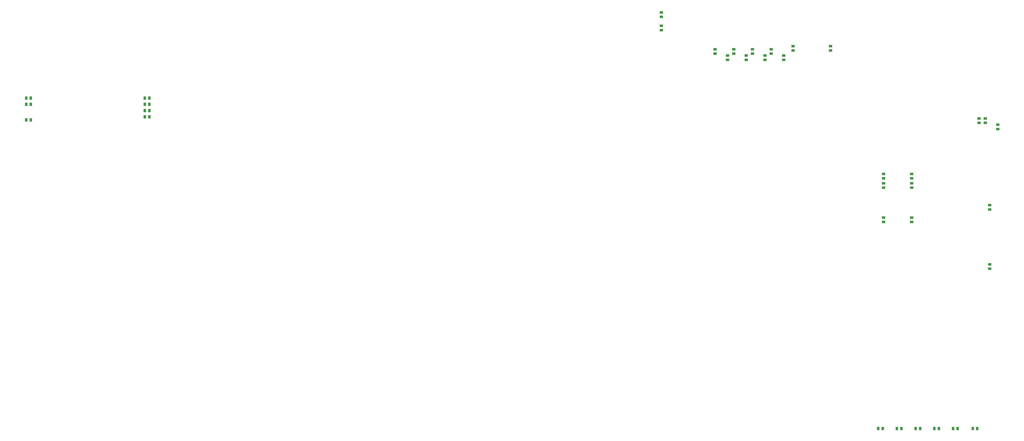
<source format=gbp>
G04*
G04 #@! TF.GenerationSoftware,Altium Limited,Altium Designer,21.6.4 (81)*
G04*
G04 Layer_Color=128*
%FSLAX25Y25*%
%MOIN*%
G70*
G04*
G04 #@! TF.SameCoordinates,CD5F86C8-859A-4174-9CB5-FF9077504482*
G04*
G04*
G04 #@! TF.FilePolarity,Positive*
G04*
G01*
G75*
G04:AMPARAMS|DCode=44|XSize=55mil|YSize=43mil|CornerRadius=7.96mil|HoleSize=0mil|Usage=FLASHONLY|Rotation=90.000|XOffset=0mil|YOffset=0mil|HoleType=Round|Shape=RoundedRectangle|*
%AMROUNDEDRECTD44*
21,1,0.05500,0.02709,0,0,90.0*
21,1,0.03909,0.04300,0,0,90.0*
1,1,0.01591,0.01355,0.01955*
1,1,0.01591,0.01355,-0.01955*
1,1,0.01591,-0.01355,-0.01955*
1,1,0.01591,-0.01355,0.01955*
%
%ADD44ROUNDEDRECTD44*%
G04:AMPARAMS|DCode=49|XSize=55mil|YSize=43mil|CornerRadius=7.96mil|HoleSize=0mil|Usage=FLASHONLY|Rotation=180.000|XOffset=0mil|YOffset=0mil|HoleType=Round|Shape=RoundedRectangle|*
%AMROUNDEDRECTD49*
21,1,0.05500,0.02709,0,0,180.0*
21,1,0.03909,0.04300,0,0,180.0*
1,1,0.01591,-0.01955,0.01355*
1,1,0.01591,0.01955,0.01355*
1,1,0.01591,0.01955,-0.01355*
1,1,0.01591,-0.01955,-0.01355*
%
%ADD49ROUNDEDRECTD49*%
D44*
X316450Y565000D02*
D03*
X323550D02*
D03*
Y575000D02*
D03*
X316450D02*
D03*
X126450Y540000D02*
D03*
X133550D02*
D03*
X316450Y555000D02*
D03*
X323550D02*
D03*
Y545000D02*
D03*
X316450D02*
D03*
X133550Y565000D02*
D03*
X126450D02*
D03*
Y575000D02*
D03*
X133550D02*
D03*
X1491450Y45000D02*
D03*
X1498550D02*
D03*
X1521450Y45001D02*
D03*
X1528550D02*
D03*
X1551450Y45000D02*
D03*
X1558550D02*
D03*
X1581450D02*
D03*
X1588550D02*
D03*
X1611450Y45000D02*
D03*
X1618550D02*
D03*
X1642821Y45000D02*
D03*
X1649921D02*
D03*
D49*
X1280000Y643550D02*
D03*
Y636450D02*
D03*
X1683000Y525450D02*
D03*
Y532550D02*
D03*
X1653000Y535450D02*
D03*
Y542550D02*
D03*
X1663000D02*
D03*
Y535450D02*
D03*
X1670000Y301451D02*
D03*
Y308551D02*
D03*
X1670000Y396450D02*
D03*
Y403550D02*
D03*
X1545000Y376450D02*
D03*
Y383550D02*
D03*
X1500000Y376450D02*
D03*
Y383550D02*
D03*
X1144000Y712550D02*
D03*
Y705450D02*
D03*
Y691100D02*
D03*
Y684000D02*
D03*
X1500000Y431450D02*
D03*
Y438550D02*
D03*
Y446450D02*
D03*
Y453550D02*
D03*
X1545000Y431450D02*
D03*
Y438550D02*
D03*
Y446450D02*
D03*
Y453550D02*
D03*
X1355039Y658550D02*
D03*
Y651450D02*
D03*
X1415000D02*
D03*
Y658550D02*
D03*
X1230000Y646450D02*
D03*
Y653550D02*
D03*
X1290000Y646450D02*
D03*
Y653550D02*
D03*
X1250000Y643550D02*
D03*
Y636450D02*
D03*
X1310000Y643550D02*
D03*
Y636450D02*
D03*
X1320000Y646450D02*
D03*
Y653550D02*
D03*
X1260000Y646450D02*
D03*
Y653550D02*
D03*
X1340000Y643550D02*
D03*
Y636450D02*
D03*
M02*

</source>
